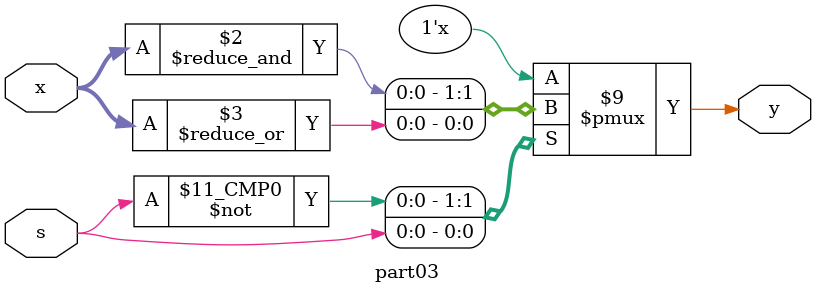
<source format=v>
`timescale 1ns / 1ps
module part03(
		input [3:0] x,
		input s,
		output reg y
	);

	always @(x or s) begin

		case(s)

			0: y <= &x;
			1: y <= |x;
			2: y <= ^x;
			3: y <= ~&x;
			4: y <= ~|x;

		endcase

	end

endmodule

</source>
